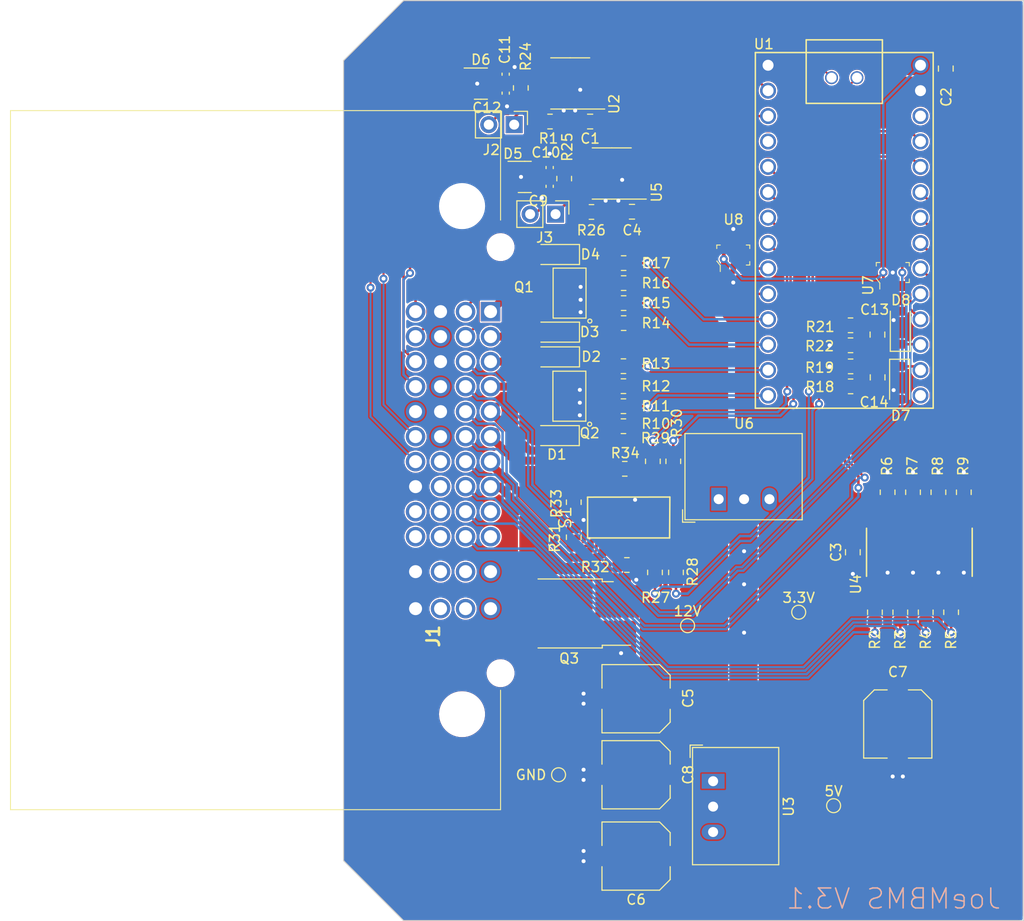
<source format=kicad_pcb>
(kicad_pcb (version 20221018) (generator pcbnew)
  (layers (0 "F.Cu" signal) (31 "B.Cu" signal) (34 "B.Paste" user) (35 "F.Paste" user) (36 "B.SilkS" user "B.Silkscreen") (37 "F.SilkS" user "F.Silkscreen") (38 "B.Mask" user) (39 "F.Mask" user) (44 "Edge.Cuts" user))
  (net 0 "")
  (net 1 "GND")
  (net 2 "+12V")
  (net 3 "+3V3")
  (net 4 "Net-(R2-Pad2)")
  (net 5 "Net-(R3-Pad2)")
  (net 6 "Net-(R4-Pad2)")
  (net 7 "Net-(R5-Pad2)")
  (net 8 "Teensy_IN2")
  (net 9 "Teensy_IN1")
  (net 10 "Teensy_IN3")
  (net 11 "Teensy_IN4")
  (net 12 "Teensy_OUT8")
  (net 13 "Teensy_OUT7")
  (net 14 "Teensy_OUT5")
  (net 15 "Teensy_OUT6")
  (net 16 "Teensy_ASEN2")
  (net 17 "Teensy_ASEN1")
  (net 18 "Teensy_OUT1")
  (net 19 "Teensy_OUT4")
  (net 20 "Teensy_OUT2")
  (net 21 "Teensy_OUT3")
  (net 30 "Net-(Q1-G1)")
  (net 31 "Net-(Q1-G2)")
  (net 32 "Net-(Q2-G1)")
  (net 33 "Net-(Q2-G2)")
  (net 34 "J1_12V")
  (net 35 "J1_IN4")
  (net 36 "J1_IN3")
  (net 37 "J1_IN2")
  (net 38 "J1_OUT8")
  (net 39 "J1_IN1")
  (net 40 "J1_OUT7")
  (net 41 "J1_OUT6")
  (net 42 "J1_OUT5")
  (net 43 "J1_ASEN2")
  (net 44 "J1_OUT4")
  (net 45 "J1_ASEN1")
  (net 46 "J1_OUT3")
  (net 47 "J1_OUT2")
  (net 48 "J1_OUT1")
  (net 49 "Net-(U2-Rs)")
  (net 50 "Net-(U5-Rs)")
  (net 51 "Net-(S1-IN1)")
  (net 52 "Net-(S1-IN0)")
  (net 53 "Net-(S1-IN3)")
  (net 54 "Net-(S1-IN2)")
  (net 55 "Teensy_D+")
  (net 56 "Teensy_D-")
  (net 57 "+5V")
  (net 58 "Teensy_Serial_BMS_RX_5V")
  (net 59 "Teensy_Serial_BMS_TX")
  (net 60 "Teensy_CAN2_RX")
  (net 61 "Teensy_CAN2_TX")
  (net 63 "Teensy_CAN1_RX")
  (net 64 "Teensy_Serial_RX_5V")
  (net 65 "Teensy_Serial_TX")
  (net 66 "Teensy_CAN1_TX")
  (net 68 "J1_CAN2_L")
  (net 69 "J1_CAN2_H")
  (net 70 "J1_CAN1_L")
  (net 73 "J1_CAN1_H")
  (net 79 "Teensy_Serial_BMS_RX_3V")
  (net 80 "Teensy_Serial_RX_3V")
  (net 81 "Net-(J2-Pin_2)")
  (net 82 "Net-(J3-Pin_2)")
  (footprint "Capacitor_SMD:C_Elec_6.3x7.7" (layer "F.Cu") (at 127.25 113.805 180)
    (fp_text reference "C5")
    (fp_text value "100uF")
  )
  (footprint "Resistor_SMD:R_0805_2012Metric" (layer "F.Cu") (at 152.4 93.161999 90)
    (fp_text reference "R6")
    (fp_text value "10k")
  )
  (footprint "Resistor_SMD:R_0805_2012Metric" (layer "F.Cu") (at 148.7 82.575 180)
    (fp_text reference "R18")
    (fp_text value "10k")
  )
  (footprint "TLP293-4:TLP293-4" (layer "F.Cu") (at 155.575 99.161999 90)
    (fp_text reference "U4")
    (fp_text value "IS281-4 " hide)
  )
  (footprint "Converter_DCDC:Converter_DCDC_RECOM_R-78E-0.5_THT" (layer "F.Cu") (at 134.9525 122.053 -90)
    (fp_text reference "U3")
    (fp_text value "DCDC 5V")
  )
  (footprint "Resistor_SMD:R_0805_2012Metric" (layer "F.Cu") (at 154.94 93.161999 90)
    (fp_text reference "R7")
    (fp_text value "10k")
  )
  (footprint "Package_TO_SOT_SMD:TO-252-2" (layer "F.Cu") (at 120.56 105.28 180)
    (fp_text reference "Q3")
    (fp_text value "P-Chanel Mosfet")
  )
  (footprint "Resistor_SMD:R_0805_2012Metric" (layer "F.Cu") (at 160.02 93.161999 90)
    (fp_text reference "R9")
    (fp_text value "10k")
  )
  (footprint "Resistor_SMD:R_0805_2012Metric" (layer "F.Cu") (at 125.9875 86.557 180)
    (fp_text reference "R10")
    (fp_text value "10k")
  )
  (footprint "Resistor_SMD:R_0805_2012Metric" (layer "F.Cu") (at 153.67 105.161999 90)
    (fp_text reference "R3")
    (fp_text value "4.7k")
  )
  (footprint "JoeMBMS:SO-8_IRF956" (layer "F.Cu") (at 120.575 83.557 180)
    (fp_text reference "Q2")
    (fp_text value "BSO615NG")
  )
  (footprint "Resistor_SMD:R_0805_2012Metric" (layer "F.Cu") (at 151.13 105.161999 90)
    (fp_text reference "R2")
    (fp_text value "4.7k")
  )
  (footprint "Resistor_SMD:R_0805_2012Metric" (layer "F.Cu") (at 115.725 52.735 90)
    (fp_text reference "R24")
    (fp_text value "120")
  )
  (footprint "Capacitor_SMD:C_Elec_6.3x7.7" (layer "F.Cu") (at 127.25 121.41 180)
    (fp_text reference "C8")
    (fp_text value "100uF")
  )
  (footprint "Capacitor_SMD:C_0805_2012Metric" (layer "F.Cu") (at 158.2175 50.8 90)
    (fp_text reference "C2")
    (fp_text value "10uF")
  )
  (footprint "Resistor_SMD:R_0805_2012Metric" (layer "F.Cu") (at 158.75 105.161999 90)
    (fp_text reference "R5")
    (fp_text value "4.7k")
  )
  (footprint "Capacitor_SMD:C_0805_2012Metric" (layer "F.Cu") (at 148.925 99.161999 90)
    (fp_text reference "C3")
    (fp_text value "10uF")
  )
  (footprint "Resistor_SMD:R_0805_2012Metric" (layer "F.Cu") (at 125.9875 84.557 180)
    (fp_text reference "R11")
    (fp_text value "220")
  )
  (footprint "Resistor_SMD:R_0805_2012Metric" (layer "F.Cu") (at 125.9875 80.557 180)
    (fp_text reference "R13")
    (fp_text value "220")
  )
  (footprint "Resistor_SMD:R_0805_2012Metric" (layer "F.Cu") (at 157.48 93.161999 90)
    (fp_text reference "R8")
    (fp_text value "10k")
  )
  (footprint "Resistor_SMD:R_0805_2012Metric" (layer "F.Cu") (at 125.9875 82.557 180)
    (fp_text reference "R12")
    (fp_text value "10k")
  )
  (footprint "Resistor_SMD:R_0805_2012Metric" (layer "F.Cu") (at 118.645 56.095 180)
    (fp_text reference "R1")
    (fp_text value "10k")
  )
  (footprint "Capacitor_SMD:C_Elec_6.3x7.7" (layer "F.Cu") (at 153.416 116.332 -90)
    (fp_text reference "C7")
    (fp_text value "100uF")
  )
  (footprint "Molex_48_Pin:5007620481" (layer "F.Cu") (at 112.7 75.1 -90)
    (fp_text reference "J1")
    (fp_text value "5007620481" hide)
  )
  (footprint "Resistor_SMD:R_0805_2012Metric" (layer "F.Cu") (at 156.21 105.161999 90)
    (fp_text reference "R4")
    (fp_text value "4.7k")
  )
  (footprint "Resistor_SMD:R_0805_2012Metric" (layer "F.Cu") (at 148.6935 76.47 180)
    (fp_text reference "R21")
    (fp_text value "10k")
  )
  (footprint "Resistor_SMD:R_0805_2012Metric" (layer "F.Cu") (at 148.6935 78.47)
    (fp_text reference "R22")
    (fp_text value "20k")
  )
  (footprint "Resistor_SMD:R_0805_2012Metric" (layer "F.Cu") (at 126.0075 74.25 180)
    (fp_text reference "R15")
    (fp_text value "220")
  )
  (footprint "JoeMBMS:SO-8_IRF956" (layer "F.Cu") (at 120.595 73.25 180)
    (fp_text reference "Q1")
    (fp_text value "BSO615NG")
  )
  (footprint "Resistor_SMD:R_0805_2012Metric" (layer "F.Cu") (at 126.0075 76.25 180)
    (fp_text reference "R14")
    (fp_text value "10k")
  )
  (footprint "Resistor_SMD:R_0805_2012Metric" (layer "F.Cu") (at 126.0075 70.25 180)
    (fp_text reference "R17")
    (fp_text value "220")
  )
  (footprint "Resistor_SMD:R_0805_2012Metric" (layer "F.Cu") (at 126.0075 72.25 180)
    (fp_text reference "R16")
    (fp_text value "10k")
  )
  (footprint "KiCAD_Libs-master:PG-DSO-14-40_EP" (layer "F.Cu") (at 126.5 95.69)
    (fp_text reference "S1")
    (fp_text value "BTS5200-4")
  )
  (footprint "Capacitor_SMD:C_0805_2012Metric" (layer "F.Cu") (at 122.655 56.095)
    (fp_text reference "C1")
    (fp_text value "100nF")
  )
  (footprint "Resistor_SMD:R_0805_2012Metric" (layer "F.Cu") (at 148.7 80.575)
    (fp_text reference "R19")
    (fp_text value "20k")
  )
  (footprint "Resistor_SMD:R_0805_2012Metric" (layer "F.Cu") (at 120.062065 61.7982 90)
    (fp_text reference "R25")
    (fp_text value "120")
  )
  (footprint "Converter_DCDC:Converter_DCDC_RECOM_R-78E-0.5_THT" (layer "F.Cu") (at 135.509 93.853)
    (fp_text reference "U6")
    (fp_text value "DCDC 3.3V")
  )
  (footprint "Capacitor_SMD:C_Elec_6.3x7.7" (layer "F.Cu") (at 127.25 129.54 180)
    (fp_text reference "C6")
    (fp_text value "100uF")
  )
  (footprint "Package_TO_SOT_SMD:SOT-23" (layer "F.Cu") (at 116.120065 61.6322)
    (fp_text reference "D5")
    (fp_text value "NUP2105L")
  )
  (footprint "Package_SO:SOIC-8_3.9x4.9mm_P1.27mm" (layer "F.Cu") (at 124.817465 61.2902 180)
    (fp_text reference "U5")
    (fp_text value "SN65HVD230")
  )
  (footprint "Connector_PinHeader_2.54mm:PinHeader_1x02_P2.54mm_Vertical" (layer "F.Cu") (at 119.198465 65.3542 -90)
    (fp_text reference "J3")
    (fp_text value "CAN1_T")
  )
  (footprint "teensy:Teensy40_JoeMBMS" (layer "F.Cu") (at 148.0675 66.9775 -90)
    (fp_text reference "U1")
    (fp_text value "Teensy4.0" hide)
  )
  (footprint "Resistor_SMD:R_0805_2012Metric" (layer "F.Cu") (at 130.97 90.0675 90)
    (fp_text reference "R30")
    (fp_text value "10k")
  )
  (footprint "Capacitor_SMD:C_0402_1005Metric" (layer "F.Cu") (at 114.215 53.255 90)
    (fp_text reference "C12")
    (fp_text value "100p")
  )
  (footprint "Diode_SMD:D_SOD-123F" (layer "F.Cu") (at 119.3625 87.497 180)
    (fp_text reference "D1")
    (fp_text value "DIODE")
  )
  (footprint "TestPoint:TestPoint_Pad_D1.0mm" (layer "F.Cu") (at 132.4 106.5)
    (fp_text reference "12V")
    (fp_text value "TestPoint_Pad_D1.0mm")
  )
  (footprint "Resistor_SMD:R_0805_2012Metric" (layer "F.Cu") (at 126.33 100.4375 180)
    (fp_text reference "R32")
    (fp_text value "47k")
  )
  (footprint "Diode_SMD:D_SOD-123F" (layer "F.Cu") (at 119.3825 77.15 180)
    (fp_text reference "D3")
    (fp_text value "DIODE")
  )
  (footprint "Capacitor_SMD:C_0402_1005Metric" (layer "F.Cu") (at 118.610065 62.5722 90)
    (fp_text reference "C9")
    (fp_text value "100p")
  )
  (footprint "Capacitor_SMD:C_0805_2012Metric" (layer "F.Cu") (at 151.384 77.398 -90)
    (fp_text reference "C13")
    (fp_text value "100nF")
  )
  (footprint "Resistor_SMD:R_0805_2012Metric" (layer "F.Cu") (at 122.791065 65.1352 180)
    (fp_text reference "R26")
    (fp_text value "10k")
  )
  (footprint "Capacitor_SMD:C_0805_2012Metric" (layer "F.Cu") (at 126.841065 65.1152)
    (fp_text reference "C4")
    (fp_text value "100nF")
  )
  (footprint "Resistor_SMD:R_0805_2012Metric" (layer "F.Cu") (at 128.93 90.0675 90)
    (fp_text reference "R29")
    (fp_text value "10k")
  )
  (footprint "Diode_SMD:D_SOD-123" (layer "F.Cu") (at 153.6 82.225 -90)
    (fp_text reference "D7")
    (fp_text value "D_Zener")
  )
  (footprint "Connector_PinHeader_2.54mm:PinHeader_1x02_P2.54mm_Vertical" (layer "F.Cu") (at 115.06 56.405 -90)
    (fp_text reference "J2")
    (fp_text value "CAN2_T")
  )
  (footprint "Package_TO_SOT_SMD:SOT-23" (layer "F.Cu") (at 111.735 52.305)
    (fp_text reference "D6")
    (fp_text value "NUP2105L")
  )
  (footprint "Capacitor_SMD:C_0402_1005Metric" (layer "F.Cu") (at 114.21 51.36 90)
    (fp_text reference "C11")
    (fp_text value "100p")
  )
  (footprint "Capacitor_SMD:C_0402_1005Metric" (layer "F.Cu") (at 118.610065 60.6922 -90)
    (fp_text reference "C10")
    (fp_text value "100p")
  )
  (footprint "Package_SO:SOIC-8_3.9x4.9mm_P1.27mm" (layer "F.Cu") (at 120.665 52.285 180)
    (fp_text reference "U2")
    (fp_text value "SN65HVD230")
  )
  (footprint "Resistor_SMD:R_0805_2012Metric" (layer "F.Cu") (at 121.02 97.6575 -90)
    (fp_text reference "R31")
    (fp_text value "47k")
  )
  (footprint "Diode_SMD:D_SOD-123" (layer "F.Cu") (at 153.67 76.708 90)
    (fp_text reference "D8")
    (fp_text value "D_Zener")
  )
  (footprint "Resistor_SMD:R_0805_2012Metric" (layer "F.Cu") (at 121.02 94.1575 -90)
    (fp_text reference "R33")
    (fp_text value "47k")
  )
  (footprint "Diode_SMD:D_SOD-123F" (layer "F.Cu") (at 119.3825 69.39 180)
    (fp_text reference "D4")
    (fp_text value "DIODE")
  )
  (footprint "TestPoint:TestPoint_Pad_D1.0mm" (layer "F.Cu") (at 143.51 105.156)
    (fp_text reference "3.3V")
    (fp_text value "TestPoint_Pad_D1.0mm")
  )
  (footprint "digikey-footprints:SOT-23-6" (layer "F.Cu") (at 136.9675 69.4425)
    (fp_text reference "U8")
    (fp_text value "Level Shifter 5V to 3V")
  )
  (footprint "Resistor_SMD:R_0805_2012Metric" (layer "F.Cu") (at 126.12 90.8175)
    (fp_text reference "R34")
    (fp_text value "47k")
  )
  (footprint "digikey-footprints:SOT-23-6" (layer "F.Cu") (at 152.9175 71.1925)
    (fp_text reference "U7")
    (fp_text value "Level Shifter 5V to 3V")
  )
  (footprint "Diode_SMD:D_SOD-123F" (layer "F.Cu") (at 119.3825 79.627 180)
    (fp_text reference "D2")
    (fp_text value "DIODE")
  )
  (footprint "Resistor_SMD:R_0805_2012Metric" (layer "F.Cu") (at 131.24 101.1775 90)
    (fp_text reference "R28")
    (fp_text value "10k")
  )
  (footprint "Capacitor_SMD:C_0805_2012Metric" (layer "F.Cu") (at 151.4 81.675 90)
    (fp_text reference "C14")
    (fp_text value "100nF")
  )
  (footprint "TestPoint:TestPoint_Pad_D1.0mm" (layer "F.Cu") (at 147 124.5)
    (fp_text reference "5V")
    (fp_text value "TestPoint_Pad_D1.0mm")
  )
  (footprint "TestPoint:TestPoint_Pad_D1.0mm" (layer "F.Cu") (at 119.5 121.41)
    (fp_text reference "GND")
    (fp_text value "TestPoint_Pad_D1.0mm")
  )
  (footprint "Resistor_SMD:R_0805_2012Metric" (layer "F.Cu") (at 129.14 101.1775 90)
    (fp_text reference "R27")
    (fp_text value "10k")
  )
  (gr_line (start 166 44) (end 166 136) (stroke (width 0.1)) (layer "Edge.Cuts"))
  (gr_line (start 166 136) (end 104 136) (stroke (width 0.1)) (layer "Edge.Cuts"))
  (gr_line (start 98 130) (end 104 136) (stroke (width 0.1)) (layer "Edge.Cuts"))
  (gr_line (start 104 44) (end 98 50) (stroke (width 0.1)) (layer "Edge.Cuts"))
  (gr_line (start 98 130) (end 98 50) (stroke (width 0.1)) (layer "Edge.Cuts"))
  (gr_line (start 104 44) (end 166 44) (stroke (width 0.1)) (layer "Edge.Cuts"))
  (gr_text "JoeMBMS V3.1" (at 153 133.81) (layer "B.SilkS") (effects (font (size 2 2)) (justify mirror)))
  (segment (start 147.6935 78.3825) (end 147.781 78.47) (width 0.25) (layer "F.Cu") (net 1))
  (segment (start 114.225 50.885) (end 114.865 50.885) (width 0.25) (layer "F.Cu") (net 1))
  (segment (start 127.15 93.26) (end 127.565 92.845) (width 0.8) (layer "F.Cu") (net 1))
  (segment (start 121.705 56.095) (end 121.705 55.538) (width 0.25) (layer "F.Cu") (net 1))
  (segment (start 112.6725 52.305) (end 111.365 52.305) (width 0.25) (layer "F.Cu") (net 1))
  (segment (start 148.925 100.111999) (end 148.925 101.325) (width 0.25) (layer "F.Cu") (net 1))
  (segment (start 152.4 102.311998) (end 152.4 101.2) (width 0.25) (layer "F.Cu") (net 1))
  (segment (start 158.2175 51.75) (end 156.96 53.0075) (width 0.25) (layer "F.Cu") (net 1))
  (segment (start 121.1375 95.07) (end 122 95.9325) (width 0.25) (layer "F.Cu") (net 1))
  (segment (start 122.225 75.155) (end 121.705 74.635) (width 0.8) (layer "F.Cu") (net 1))
  (segment (start 121.625 84.207) (end 121.625 83.502) (width 0.8) (layer "F.Cu") (net 1))
  (segment (start 119.5575 55.4485) (end 120.015 54.991) (width 0.25) (layer "F.Cu") (net 1))
  (segment (start 153 83.275) (end 153.6 83.875) (width 0.25) (layer "F.Cu") (net 1))
  (segment (start 125.095 76.25) (end 124.3 76.25) (width 0.25) (layer "F.Cu") (net 1))
  (segment (start 123.205 75.155) (end 122.225 75.155) (width 0.8) (layer "F.Cu") (net 1))
  (segment (start 153 82.95) (end 153 83.275) (width 0.25) (layer "F.Cu") (net 1))
  (segment (start 147.7875 80.575) (end 146.6 80.575) (width 0.25) (layer "F.Cu") (net 1))
  (segment (start 114.865 50.885) (end 115.105 50.645) (width 0.25) (layer "F.Cu") (net 1))
  (segment (start 123.14 52.92) (end 121.666 52.92) (width 0.25) (layer "F.Cu") (net 1))
  (segment (start 127.0325 92.3125) (end 126.5 92.845) (width 0.8) (layer "F.Cu") (net 1))
  (segment (start 127.77 92.845) (end 127.565 92.845) (width 0.8) (layer "F.Cu") (net 1))
  (segment (start 136.9675 70.7925) (end 136.9675 72.0425) (width 0.25) (layer "F.Cu") (net 1))
  (segment (start 151.725 82.95) (end 151.4 82.625) (width 0.25) (layer "F.Cu") (net 1))
  (segment (start 123.703565 65.1352) (end 123.703565 64.510435) (width 0.25) (layer "F.Cu") (net 1))
  (segment (start 114.215 54.445) (end 114.345 54.575) (width 0.25) (layer "F.Cu") (net 1))
  (segment (start 123.185 85.462) (end 121.625 85.462) (width 0.8) (layer "F.Cu") (net 1))
  (segment (start 121.02 95.07) (end 121.1375 95.07) (width 0.25) (layer "F.Cu") (net 1))
  (segment (start 152.9175 69.8425) (end 152.9175 72.5425) (width 0.25) (layer "F.Cu") (net 1))
  (segment (start 123.703565 64.510435) (end 124.206 64.008) (width 0.25) (layer "F.Cu") (net 1))
  (segment (start 153 75.95) (end 153 75.728) (width 0.25) (layer "F.Cu") (net 1))
  (segment (start 157.48 102.311998) (end 157.48 101.2) (width 0.25) (layer "F.Cu") (net 1))
  (segment (start 121.717 72.615) (end 121.705 72.627) (width 0.8) (layer "F.Cu") (net 1))
  (segment (start 125.891065 65.1152) (end 125.891065 64.423065) (width 0.25) (layer "F.Cu") (net 1))
  (segment (start 124.975 72.497) (end 124.975 72.672) (width 0.25) (layer "F.Cu") (net 1))
  (segment (start 152.4 91.161999) (end 152.4 92.249499) (width 0.25) (layer "F.Cu") (net 1))
  (segment (start 121.705 55.538) (end 121.158 54.991) (width 0.25) (layer "F.Cu") (net 1))
  (segment (start 121.705 72.627) (end 121.705 75.155) (width 0.8) (layer "F.Cu") (net 1))
  (segment (start 123.205 72.615) (end 121.717 72.615) (width 0.8) (layer "F.Cu") (net 1))
  (segment (start 127.0325 90.8175) (end 127.0325 92.3125) (width 0.8) (layer "F.Cu") (net 1))
  (segment (start 127.2425 101.885) (end 127.27 101.9125) (width 0.25) (layer "F.Cu") (net 1))
  (segment (start 156.96 53.0075) (end 155.6875 53.0075) (width 0.25) (layer "F.Cu") (net 1))
  (segment (start 153.416 121.582) (end 153.416 118.8695) (width 0.8) (layer "F.Cu") (net 1))
  (segment (start 123.98 85.462) (end 125.075 86.557) (width 0.25) (layer "F.Cu") (net 1))
  (segment (start 154.94 91.161999) (end 154.94 92.249499) (width 0.25) (layer "F.Cu") (net 1))
  (segment (start 152.908 121.582) (end 153.924 121.582) (width 0.8) (layer "F.Cu") (net 1))
  (segment (start 123.205 72.615) (end 122.225 72.615) (width 0.8) (layer "F.Cu") (net 1))
  (segment (start 136.9675 68.0925) (end 136.9675 66.8425) (width 0.25) (layer "F.Cu") (net 1))
  (segment (start 153 75.95) (end 151.882 75.95) (width 0.25) (layer "F.Cu") (net 1))
  (segment (start 124.7125 129.54) (end 122 129.54) (width 0.8) (layer "F.Cu") (net 1))
  (segment (start 118.503265 63.0522) (end 117.826865 63.7286) (width 0.25) (layer "F.Cu") (net 1))
  (segment (start 124.71 82.922) (end 125.075 82.557) (width 0.25) (layer "F.Cu") (net 1))
  (segment (start 119.5575 56.095) (end 119.5575 55.4485) (width 0.25) (layer "F.Cu") (net 1))
  (segment (start 154.94 102.311998) (end 154.94 101.2) (width 0.25) (layer "F.Cu") (net 1))
  (segment (start 157.48 91.161999) (end 157.48 92.249499) (width 0.25) (layer "F.Cu") (net 1))
  (segment (start 147.781 78.47) (end 146.6 78.47) (width 0.25) (layer "F.Cu") (net 1))
  (segment (start 151.882 75.95) (end 151.384 76.448) (width 0.25) (layer "F.Cu") (net 1))
  (segment (start 127.77 92.845) (end 126.5 92.845) (width 0.8) (layer "F.Cu") (net 1))
  (segment (start 125.891065 64.423065) (end 125.476 64.008) (width 0.25) (layer "F.Cu") (net 1))
  (segment (start 160.02 102.311998) (end 160.02 101.2) (width 0.25) (layer "F.Cu") (net 1))
  (segment (start 121.625 84.882) (end 121.625 84.207) (width 0.8) (layer "F.Cu") (net 1))
  (segment (start 153 75.728) (end 153.67 75.058) (width 0.25) (layer "F.Cu") (net 1))
  (segment (start 123.205 75.155) (end 121.705 75.155) (width 0.8) (layer "F.Cu") (net 1))
  (segment (start 121.625 82.922) (end 121.625 85.462) (width 0.8) (layer "F.Cu") (net 1))
  (segment (start 117.057565 61.6322) (end 115.744065 61.6322) (width 0.25) (layer "F.Cu") (net 1))
  (segment (start 123.185 85.462) (end 122.205 85.462) (width 0.8) (layer "F.Cu") (net 1))
  (segment (start 121.705 73.135) (end 121.705 73.917) (width 0.8) (layer "F.Cu") (net 1))
  (segment (start 122.225 72.615) (end 121.705 73.135) (width 0.8) (layer "F.Cu") (net 1))
  (segment (start 127.565 92.845) (end 127.0325 92.3125) (width 0.8) (layer "F.Cu") (net 1))
  (segment (start 121.705 74.635) (end 121.705 73.917) (width 0.8) (layer "F.Cu") (net 1))
  (segment (start 121.1875 96.745) (end 122 95.9325) (width 0.25) (layer "F.Cu") (net 1))
  (segment (start 127.15 93.9125) (end 127.15 93.26) (width 0.8) (layer "F.Cu") (net 1))
  (segment (start 118.610065 59.309) (end 118.610065 60.2122) (width 0.25) (layer "F.Cu") (net 1))
  (segment (start 121.625 83.502) (end 122.205 82.922) (width 0.8) (layer "F.Cu") (net 1))
  (segment (start 122.205 85.462) (end 121.625 84.882) (width 0.8) (layer "F.Cu") (net 1))
  (segment (start 123.205 72.615) (end 124.73 72.615) (width 0.25) (layer "F.Cu") (net 1))
  (segment (start 153 82.95) (end 151.725 82.95) (width 0.25) (layer "F.Cu") (net 1))
  (segment (start 123.185 82.922) (end 124.71 82.922) (width 0.25) (layer "F.Cu") (net 1))
  (segment (start 114.215 53.735) (end 114.215 54.445) (width 0.25) (layer "F.Cu") (net 1))
  (segment (start 122 129.032) (end 122 130.048) (width 0.8) (layer "F.Cu") (net 1))
  (segment (start 127.292465 61.9252) (end 125.857 61.9252) (width 0.25) (layer "F.Cu") (net 1))
  (segment (start 123.185 82.922) (end 121.625 82.922) (width 0.8) (layer "F.Cu") (net 1))
  (segment (start 122.205 82.922) (end 123.185 82.922) (width 0.8) (layer "F.Cu") (net 1))
  (segment (start 127.2425 100.4375) (end 127.2425 101.885) (width 0.25) (layer "F.Cu") (net 1))
  (segment (start 118.610065 63.0522) (end 118.503265 63.0522) (width 0.25) (layer "F.Cu") (net 1))
  (segment (start 160.02 91.161999) (end 160.02 92.249499) (width 0.25) (layer "F.Cu") (net 1))
  (segment (start 124.3 76.25) (end 123.205 75.155) (width 0.25) (layer "F.Cu") (net 1))
  (segment (start 121.02 96.745) (end 121.1875 96.745) (width 0.25) (layer "F.Cu") (net 1))
  (via (at 121.705 73.917) (size 0.8) (drill 0.4) (layers "F.Cu" "B.Cu") (net 1))
  (via (at 117.826865 63.7286) (size 0.8) (drill 0.4) (layers "F.Cu" "B.Cu") (net 1))
  (via (at 118.610065 59.309) (size 0.8) (drill 0.4) (layers "F.Cu" "B.Cu") (net 1))
  (via (at 114.345 54.575) (size 0.8) (drill 0.4) (layers "F.Cu" "B.Cu") (net 1))
  (via (at 138.049 102.362) (size 0.8) (drill 0.4) (layers "F.Cu" "B.Cu") (net 1))
  (via (at 152.908 121.582) (size 0.8) (drill 0.4) (layers "F.Cu" "B.Cu") (net 1))
  (via (at 136.9675 66.8425) (size 0.8) (drill 0.4) (layers "F.Cu" "B.Cu") (net 1))
  (via (at 125.75 109.25) (size 0.8) (drill 0.4) (layers "F.Cu" "B.Cu") (net 1))
  (via (at 121.705 75.155) (size 0.8) (drill 0.4) (layers "F.Cu" "B.Cu") (net 1))
  (via (at 122 129.032) (size 0.8) (drill 0.4) (layers "F.Cu" "B.Cu") (net 1))
  (via (at 148.925 101.325) (size 0.8) (drill 0.4) (layers "F.Cu" "B.Cu") (net 1))
  (via (at 138.049 99.06) (size 0.8) (drill 0.4) (layers "F.Cu" "B.Cu") (net 1))
  (via (at 125.476 64.008) (size 0.8) (drill 0.4) (layers "F.Cu" "B.Cu") (net 1))
  (via (at 122 121.922) (size 0.8) (drill 0.4) (layers "F.Cu" "B.Cu") (net 1))
  (via (at 122 95.9325) (size 0.8) (drill 0.4) (layers "F.Cu" "B.Cu") (net 1))
  (via (at 122 113.299) (size 0.8) (drill 0.4) (layers "F.Cu" "B.Cu") (net 1))
  (via (at 120.015 54.991) (size 0.8) (drill 0.4) (layers "F.Cu" "B.Cu") (net 1))
  (via (at 153.924 121.582) (size 0.8) (drill 0.4) (layers "F.Cu" "B.Cu") (net 1))
  (via (at 111.365 52.305) (size 0.8) (drill 0.4) (layers "F.Cu" "B.Cu") (net 1))
  (via (at 136.9675 72.1925) (size 0.8) (drill 0.4) (layers "F.Cu" "B.Cu") (net 1))
  (via (at 152.9175 71.1925) (size 0.8) (drill 0.4) (layers "F.Cu" "B.Cu") (net 1))
  (via (at 127.27 101.9125) (size 0.8) (drill 0.4) (layers "F.Cu" "B.Cu") (net 1))
  (via (at 154.94 91.161999) (size 0.8) (drill 0.4) (layers "F.Cu" "B.Cu") (net 1))
  (via (at 121.705 72.627) (size 0.8) (drill 0.4) (layers "F.Cu" "B.Cu") (net 1))
  (via (at 157.48 101.2) (size 0.8) (drill 0.4) (layers "F.Cu" "B.Cu") (net 1))
  (via (at 121.625 84.207) (size 0.8) (drill 0.4) (layers "F.Cu" "B.Cu") (net 1))
  (via (at 122 130.048) (size 0.8) (drill 0.4) (layers "F.Cu" "B.Cu") (net 1))
  (via (at 152.4 91.161999) (size 0.8) (drill 0.4) (layers "F.Cu" "B.Cu") (net 1))
  (via (at 121.158 54.991) (size 0.8) (drill 0.4) (layers "F.Cu" "B.Cu") (net 1))
  (via (at 154.94 101.2) (size 0.8) (drill 0.4) (layers "F.Cu" "B.Cu") (net 1))
  (via (at 122 120.904) (size 0.8) (drill 0.4) (layers "F.Cu" "B.Cu") (net 1))
  (via (at 125.857 61.9252) (size 0.8) (drill 0.4) (layers "F.Cu" "B.Cu") (net 1))
  (via (at 160.02 91.161999) (size 0.8) (drill 0.4) (layers "F.Cu" "B.Cu") (net 1))
  (via (at 138.049 107.2) (size 0.8) (drill 0.4) (layers "F.Cu" "B.Cu") (net 1))
  (via (at 122 114.302) (size 0.8) (drill 0.4) (layers "F.Cu" "B.Cu") (net 1))
  (via (at 146.6 78.47) (size 0.8) (drill 0.4) (layers "F.Cu" "B.Cu") (net 1))
  (via (at 115.744065 61.6322) (size 0.8) (drill 0.4) (layers "F.Cu" "B.Cu") (net 1))
  (via (at 152.4 101.2) (size 0.8) (drill 0.4) (layers "F.Cu" "B.Cu") (net 1))
  (via (at 121.666 52.92) (size 0.8) (drill 0.4) (layers "F.Cu" "B.Cu") (net 1))
  (via (at 124.206 64.008) (size 0.8) (drill 0.4) (layers "F.Cu" "B.Cu") (net 1))
  (via (at 127.15 93.9125) (size 0.8) (drill 0.4) (layers "F.Cu" "B.Cu") (net 1))
  (via (at 157.48 91.161999) (size 0.8) (drill 0.4) (layers "F.Cu" "B.Cu") (net 1))
  (via (at 153 82.95) (size 0.8) (drill 0.4) (layers "F.Cu" "B.Cu") (net 1))
  (via (at 115.105 50.645) (size 0.8) (drill 0.4) (layers "F.Cu" "B.Cu") (net 1))
  (via (at 146.6 80.575) (size 0.8) (drill 0.4) (layers "F.Cu" "B.Cu") (net 1))
  (via (at 160.02 101.2) (size 0.8) (drill 0.4) (layers "F.Cu" "B.Cu") (net 1))
  (via (at 121.625 82.922) (size 0.8) (drill 0.4) (layers "F.Cu" "B.Cu") (net 1))
  (via (at 153 75.95) (size 0.8) (drill 0.4) (layers "F.Cu" "B.Cu") (net 1))
  (via (at 121.625 85.462) (size 0.8) (drill 0.4) (layers "F.Cu" "B.Cu") (net 1))
  (segment (start 151.13 102.311998) (end 151.13 104.249499) (width 0.25) (layer "F.Cu") (net 4))
  (segment (start 153.67 102.311998) (end 153.67 104.249499) (width 0.25) (layer "F.Cu") (net 5))
  (segment (start 156.21 102.311998) (end 156.21 104.249499) (width 0.25) (layer "F.Cu") (net 6))
  (segment (start 158.75 102.311998) (end 158.75 104.249499) (width 0.25) (layer "F.Cu") (net 7))
  (segment (start 156.7125 88.149499) (end 156.7125 71.8125) (width 0.25) (layer "F.Cu") (net 8))
  (segment (start 153.325 91.536999) (end 153.325 93.149499) (width 0.25) (layer "F.Cu") (net 8))
  (segment (start 155.6875 70.7875) (end 156.7125 71.8125) (width 0.25) (layer "F.Cu") (net 8))
  (segment (start 153.325 93.149499) (end 152.4 94.074499) (width 0.25) (layer "F.Cu") (net 8))
  (segment (start 152.4 94.074499) (end 152.4 96.012) (width 0.25) (layer "F.Cu") (net 8))
  (segment (start 153.325 91.536999) (end 156.7125 88.149499) (width 0.25) (layer "F.Cu") (net 8))
  (segment (start 157.0625 69.6225) (end 157.0625 90.695615) (width 0.25) (layer "F.Cu") (net 9))
  (segment (start 154.94 94.074499) (end 154.94 96.012) (width 0.25) (layer "F.Cu") (net 9))
  (segment (start 155.6875 68.2475) (end 157.004 69.564) (width 0.25) (layer "F.Cu") (net 9))
  (segment (start 155.6875 68.2475) (end 157.0625 69.6225) (width 0.25) (layer "F.Cu") (net 9))
  (segment (start 156.555 92.459499) (end 154.94 94.074499) (width 0.25) (layer "F.Cu") (net 9))
  (segment (start 157.0625 69.6225) (end 157.004 69.564) (width 0.25) (layer "F.Cu") (net 9))
  (segment (start 156.555 91.203115) (end 156.555 92.459499) (width 0.25) (layer "F.Cu") (net 9))
  (segment (start 157.0625 90.695615) (end 156.555 91.203115) (width 0.25) (layer "F.Cu") (net 9))
  (segment (start 157.48 94.074499) (end 158.44 93.114499) (width 0.25) (layer "F.Cu") (net 10))
  (segment (start 157.46 89.896) (end 158.44 90.876) (width 0.25) (layer "F.Cu") (net 10))
  (segment (start 155.6875 65.7075) (end 157.46 67.48) (width 0.25) (layer "F.Cu") (net 10))
  (segment (start 158.44 90.876) (end 158.44 93.114499) (width 0.25) (layer "F.Cu") (net 10))
  (segment (start 157.46 67.48) (end 157.46 89.896) (width 0.25) (layer "F.Cu") (net 10))
  (segment (start 157.48 94.074499) (end 157.48 96.012) (width 0.25) (layer "F.Cu") (net 10))
  (segment (start 160.02 94.074499) (end 158.79 92.844499) (width 0.25) (layer "F.Cu") (net 11))
  (segment (start 160.02 94.074499) (end 160.02 96.012) (width 0.25) (layer "F.Cu") (net 11))
  (segment (start 157.81 65.29) (end 155.6875 63.1675) (width 0.25) (layer "F.Cu") (net 11))
  (segment (start 157.81 89.408) (end 157.81 65.29) (width 0.25) (layer "F.Cu") (net 11))
  (segment (start 158.79 92.844499) (end 158.79 90.388) (width 0.25) (layer "F.Cu") (net 11))
  (segment (start 158.79 90.388) (end 157.81 89.408) (width 0.25) (layer "F.Cu") (net 11))
  (segment (start 126.92 70.25) (end 128.397 70.25) (width 0.25) (layer "F.Cu") (net 12))
  (via (at 128.397 70.25) (size 0.8) (drill 0.4) (layers "F.Cu" "B.Cu") (net 12))
  (segment (start 134.0145 75.8675) (end 128.397 70.25) (width 0.25) (layer "B.Cu") (net 12))
  (segment (start 140.4475 75.8675) (end 134.0145 75.8675) (width 0.25) (layer "B.Cu") (net 12))
  (segment (start 126.92 74.25) (end 128.397 74.25) (width 0.25) (layer "F.Cu") (net 13))
  (via (at 128.397 74.25) (size 0.8) (drill 0.4) (layers "F.Cu" "B.Cu") (net 13))
  (segment (start 132.5545 78.4075) (end 128.397 74.25) (width 0.25) (layer "B.Cu") (net 13))
  (segment (start 140.4475 78.4075) (end 132.5545 78.4075) (width 0.25) (layer "B.Cu") (net 13))
  (segment (start 126.9 80.557) (end 128.397 80.557) (width 0.25) (layer "F.Cu") (net 14))
  (via (at 128.397 80.557) (size 0.8) (drill 0.4) (layers "F.Cu" "B.Cu") (net 14))
  (segment (start 140.4475 80.9475) (end 128.7875 80.9475) (width 0.25) (layer "B.Cu") (net 14))
  (segment (start 128.7875 80.9475) (end 128.397 80.557) (width 0.25) (layer "B.Cu") (net 14))
  (segment (start 126.9 84.557) (end 128.397 84.557) (width 0.25) (layer "F.Cu") (net 15))
  (via (at 128.397 84.557) (size 0.8) (drill 0.4) (layers "F.Cu" "B.Cu") (net 15))
  (segment (start 129.4665 83.4875) (end 128.397 84.557) (width 0.25) (layer "B.Cu") (net 15))
  (segment (start 140.4475 83.4875) (end 129.4665 83.4875) (width 0.25) (layer "B.Cu") (net 15))
  (segment (start 149.6125 82.575) (end 149.6125 80.575) (width 0.25) (layer "F.Cu") (net 16))
  (segment (start 153.45 80.725) (end 153.6 80.575) (width 0.25) (layer "F.Cu") (net 16))
  (segment (start 151.4 80.725) (end 153.45 80.725) (width 0.25) (layer "F.Cu") (net 16))
  (segment (start 153.6 80.575) (end 155.315 80.575) (width 0.25) (layer "F.Cu") (net 16))
  (segment (start 149.6125 80.575) (end 151.25 80.575) (width 0.25) (layer "F.Cu") (net 16))
  (segment (start 151.25 80.575) (end 151.4 80.725) (width 0.25) (layer "F.Cu") (net 16))
  (segment (start 155.315 80.575) (end 155.6875 80.9475) (width 0.25) (layer "F.Cu") (net 16))
  (segment (start 149.606 76.47) (end 149.606 78.47) (width 0.25) (layer "F.Cu") (net 17))
  (segment (start 155.638 78.358) (end 155.6875 78.4075) (width 0.25) (layer "F.Cu") (net 17))
  (segment (start 151.384 78.348) (end 153.66 78.348) (width 0.25) (layer "F.Cu") (net 17))
  (segment (start 151.262 78.47) (end 151.384 78.348) (width 0.25) (layer "F.Cu") (net 17))
  (segment (start 153.66 78.348) (end 153.67 78.358) (width 0.25) (layer "F.Cu") (net 17))
  (segment (start 153.67 78.358) (end 155.638 78.358) (width 0.25) (layer "F.Cu") (net 17))
  (segment (start 149.606 78.47) (end 151.262 78.47) (width 0.25) (layer "F.Cu") (net 17))
  (segment (start 142.3425 83.0675) (end 142.3675 83.0925) (width 0.25) (layer "F.Cu") (net 18))
  (segment (start 142.3425 70.1425) (end 142.3425 83.0675) (width 0.25) (layer "F.Cu") (net 18))
  (segment (start 128.93 89.155) (end 128.93 88) (width 0.25) (layer "F.Cu") (net 18))
  (segment (start 140.4475 68.2475) (end 142.3425 70.1425) (width 0.25) (layer "F.Cu") (net 18))
  (via (at 128.93 88) (size 0.8) (drill 0.4) (layers "F.Cu" "B.Cu") (net 18))
  (via (at 142.3675 83.0925) (size 0.8) (drill 0.4) (layers "F.Cu" "B.Cu") (net 18))
  (segment (start 142.24 84.328) (end 142.24 83.22) (width 0.25) (layer "B.Cu") (net 18))
  (segment (start 141.418 85.15) (end 142.24 84.328) (width 0.25) (layer "B.Cu") (net 18))
  (segment (start 142.24 83.22) (end 142.3675 83.0925) (width 0.25) (layer "B.Cu") (net 18))
  (segment (start 128.93 88) (end 131.78 85.15) (width 0.25) (layer "B.Cu") (net 18))
  (segment (start 131.78 85.15) (end 141.418 85.15) (width 0.25) (layer "B.Cu") (net 18))
  (segment (start 144.907 82.327) (end 145.542 82.962) (width 0.25) (layer "F.Cu") (net 19))
  (segment (start 144.304 64.484) (end 140.4475 60.6275) (width 0.25) (layer "F.Cu") (net 19))
  (segment (start 144.907 65.087) (end 144.907 82.327) (width 0.25) (layer "F.Cu") (net 19))
  (segment (start 131.24 102.09) (end 131.24 103.3) (width 0.25) (layer "F.Cu") (net 19))
  (segment (start 144.304 64.484) (end 144.907 65.087) (width 0.25) (layer "F.Cu") (net 19))
  (segment (start 145.542 82.962) (end 145.542 84.328) (width 0.25) (layer "F.Cu") (net 19))
  (via (at 131.24 103.3) (size 0.8) (drill 0.4) (layers "F.Cu" "B.Cu") (net 19))
  (via (at 145.542 84.328) (size 0.8) (drill 0.4) (layers "F.Cu" "B.Cu") (net 19))
  (segment (start 137.654975 98.044) (end 138.671832 98.044) (width 0.25) (layer "B.Cu") (net 19))
  (segment (start 138.671832 98.044) (end 144.876 91.839832) (width 0.25) (layer "B.Cu") (net 19))
  (segment (start 131.24 103.3) (end 132.08 103.3) (width 0.25) (layer "B.Cu") (net 19))
  (segment (start 144.876 84.994) (end 145.542 84.328) (width 0.25) (layer "B.Cu") (net 19))
  (segment (start 144.876 91.839832) (end 144.876 84.994) (width 0.25) (layer "B.Cu") (net 19))
  (segment (start 132.08 103.3) (end 132.398975 103.3) (width 0.25) (layer "B.Cu") (net 19))
  (segment (start 132.08 103.3) (end 132.412 103.3) (width 0.25) (layer "B.Cu") (net 19))
  (segment (start 132.398975 103.3) (end 137.654975 98.044) (width 0.25) (layer "B.Cu") (net 19))
  (segment (start 142.9925 84.303) (end 142.9675 84.328) (width 0.25) (layer "F.Cu") (net 20))
  (segment (start 140.4475 65.7075) (end 142.6925 67.9525) (width 0.25) (layer "F.Cu") (net 20))
  (segment (start 130.97 89.155) (end 130.97 88) (width 0.25) (layer "F.Cu") (net 20))
  (segment (start 142.6925 67.9525) (end 142.6925 81.9175) (width 0.25) (layer "F.Cu") (net 20))
  (segment (start 142.9925 82.2175) (end 142.9925 84.303) (width 0.25) (layer "F.Cu") (net 20))
  (segment (start 142.6925 81.9175) (end 142.9925 82.2175) (width 0.25) (layer "F.Cu") (net 20))
  (via (at 130.97 88) (size 0.8) (drill 0.4) (layers "F.Cu" "B.Cu") (net 20))
  (via (at 142.9675 84.328) (size 0.8) (drill 0.4) (layers "F.Cu" "B.Cu") (net 20))
  (segment (start 141.69 85.5) (end 133.47 85.5) (width 0.25) (layer "B.Cu") (net 20))
  (segment (start 142.9925 84.1975) (end 141.69 85.5) (width 0.25) (layer "B.Cu") (net 20))
  (segment (start 133.47 85.5) (end 130.97 88) (width 0.25) (layer "B.Cu") (net 20))
  (segment (start 144.526 67.246) (end 143.9865 66.7065) (width 0.25) (layer "F.Cu") (net 21))
  (segment (start 129.14 102.09) (end 129.14 103.3) (width 0.25) (layer "F.Cu") (net 21))
  (segment (start 144.526 83.0925) (end 144.526 67.246) (width 0.25) (layer "F.Cu") (net 21))
  (segment (start 140.4475 63.742474) (end 140.4475 63.1675) (width 0.25) (layer "F.Cu") (net 21))
  (segment (start 140.4475 63.1675) (end 143.9865 66.7065) (width 0.25) (layer "F.Cu") (net 21))
  (via (at 129.14 103.3) (size 0.8) (drill 0.4) (layers "F.Cu" "B.Cu") (net 21))
  (via (at 144.526 83.0925) (size 0.8) (drill 0.4) (layers "F.Cu" "B.Cu") (net 21))
  (segment (start 132.588 102.6) (end 137.652 97.536) (width 0.25) (layer "B.Cu") (net 21))
  (segment (start 144.526 91.694858) (end 144.526 83.0925) (width 0.25) (layer "B.Cu") (net 21))
  (segment (start 129.14 103.3) (end 129.84 102.6) (width 0.25) (layer "B.Cu") (net 21))
  (segment (start 137.652 97.536) (end 138.684858 97.536) (width 0.25) (layer "B.Cu") (net 21))
  (segment (start 138.684858 97.536) (end 144.526 91.694858) (width 0.25) (layer "B.Cu") (net 21))
  (segment (start 129.84 102.6) (end 132.588 102.6) (width 0.25) (layer "B.Cu") (net 21))
  (segment (start 126.8 76.497) (end 127.015 76.497) (width 0.25) (layer "F.Cu") (net 30))
  (segment (start 125.095 74.25) (end 125.095 74.425) (width 0.25) (layer "F.Cu") (net 30))
  (segment (start 123.205 73.885) (end 124.73 73.885) (width 0.25) (layer "F.Cu") (net 30))
  (segment (start 124.73 73.885) (end 125.095 74.25) (width 0.25) (layer "F.Cu") (net 30))
  (segment (start 125.095 74.425) (end 126.92 76.25) (width 0.25) (layer "F.Cu") (net 30))
  (segment (start 123.085 73.592) (end 123.88 73.592) (width 0.25) (layer "F.Cu") (net 30))
  (segment (start 124 71.345) (end 125.095 70.25) (width 0.25) (layer "F.Cu") (net 31))
  (segment (start 125.095 70.425) (end 126.92 72.25) (width 0.25) (layer "F.Cu") (net 31))
  (segment (start 123.185 84.192) (end 124.71 84.192) (width 0.25) (layer "F.Cu") (net 32))
  (segment (start 126.9 86.382) (end 125.075 84.557) (width 0.25) (layer "F.Cu") (net 32))
  (segment (start 123.98 81.652) (end 125.075 80.557) (width 0.25) (layer "F.Cu") (net 33))
  (segment (start 126.9 82.382) (end 125.075 80.557) (width 0.25) (layer "F.Cu") (net 33))
  (segment (start 158.75 106.074499) (end 158.75 107.161999) (width 0.25) (layer "F.Cu") (net 35))
  (via (at 158.75 107.161999) (size 0.8) (drill 0.4) (layers "F.Cu" "B.Cu") (net 35))
  (segment (start 113.9 92.102943) (end 113.9 94.107969) (width 0.25) (layer "B.Cu") (net 35))
  (segment (start 157.425 105.836999) (end 158.75 107.161999) (width 0.25) (layer "B.Cu") (net 35))
  (segment (start 110.2 90.1) (end 111.499999 91.399999) (width 0.25) (layer "B.Cu") (net 35))
  (segment (start 113.9 94.107969) (end 130.442031 110.65) (width 0.25) (layer "B.Cu") (net 35))
  (segment (start 113.197057 91.4) (end 113.9 92.102943) (width 0.25) (layer "B.Cu") (net 35))
  (segment (start 144.010052 110.65) (end 148.823053 105.836999) (width 0.25) (layer "B.Cu") (net 35))
  (segment (start 130.442031 110.65) (end 144.010052 110.65) (width 0.25) (layer "B.Cu") (net 35))
  (segment (start 111.499999 91.399999) (end 113.197057 91.4) (width 0.25) (layer "B.Cu") (net 35))
  (segment (start 148.823053 105.836999) (end 157.425 105.836999) (width 0.25) (layer "B.Cu") (net 35))
  (segment (start 156.21 106.074499) (end 156.21 107.161999) (width 0.25) (layer "F.Cu") (net 36))
  (via (at 156.21 107.161999) (size 0.8) (drill 0.4) (layers "F.Cu" "B.Cu") (net 36))
  (segment (start 140.208 111) (end 140.716 111) (width 0.25) (layer "B.Cu") (net 36))
  (segment (start 144.155026 111) (end 140.208 111) (width 0.25) (layer "B.Cu") (net 36))
  (segment (start 111.400001 93.800001) (end 110.2 92.6) (width 0.25) (layer "B.Cu") (net 36))
  (segment (start 140.208 111) (end 130.297057 111) (width 0.25) (layer "B.Cu") (net 36))
  (segment (start 155.235 106.186999) (end 148.968027 106.186999) (width 0.25) (layer "B.Cu") (net 36))
  (segment (start 148.968027 106.186999) (end 144.155026 111) (width 0.25) (layer "B.Cu") (net 36))
  (segment (start 142.748 111) (end 144.155026 111) (width 0.25) (layer "B.Cu") (net 36))
  (segment (start 140.716 111) (end 142.748 111) (width 0.25) (layer "B.Cu") (net 36))
  (segment (start 130.297057 111) (end 113.097058 93.800001) (width 0.25) (layer "B.Cu") (net 36))
  (segment (start 113.097058 93.800001) (end 111.400001 93.800001) (width 0.25) (layer "B.Cu") (net 36))
  (segment (start 156.21 107.161999) (end 155.235 106.186999) (width 0.25) (layer "B.Cu") (net 36))
  (segment (start 151.13 106.074499) (end 151.13 107.161999) (width 0.25) (layer "F.Cu") (net 37))
  (via (at 151.13 107.161999) (size 0.8) (drill 0.4) (layers "F.Cu" "B.Cu") (net 37))
  (segment (start 117.107109 98.8) (end 111.4 98.8) (width 0.25) (layer "B.Cu") (net 37))
  (segment (start 151.13 107.161999) (end 148.982975 107.161999) (width 0.25) (layer "B.Cu") (net 37))
  (segment (start 110.2 97.6) (end 110.9 97.6) (width 0.25) (layer "B.Cu") (net 37))
  (segment (start 111.4 98.8) (end 110.2 97.6) (width 0.25) (layer "B.Cu") (net 37))
  (segment (start 148.982975 107.161999) (end 144.444974 111.7) (width 0.25) (layer "B.Cu") (net 37))
  (segment (start 130.007109 111.7) (end 117.107109 98.8) (width 0.25) (layer "B.Cu") (net 37))
  (segment (start 144.444974 111.7) (end 130.007109 111.7) (width 0.25) (layer "B.Cu") (net 37))
  (segment (start 117.985 71.345) (end 117.985 69.3925) (width 0.8) (layer "F.Cu") (net 38))
  (segment (start 116.455 71.345) (end 115.185 72.615) (width 0.8) (layer "F.Cu") (net 38))
  (segment (start 115.185 72.615) (end 112.7 75.1) (width 0.8) (layer "F.Cu") (net 38))
  (segment (start 117.985 72.615) (end 117.985 71.345) (width 0.8) (layer "F.Cu") (net 38))
  (segment (start 117.985 69.3925) (end 117.9825 69.39) (width 0.8) (layer "F.Cu") (net 38))
  (segment (start 117.985 71.345) (end 116.455 71.345) (width 0.8) (layer "F.Cu") (net 38))
  (segment (start 117.985 72.615) (end 115.185 72.615) (width 0.8) (layer "F.Cu") (net 38))
  (segment (start 153.67 106.074499) (end 153.67 107.161999) (width 0.25) (layer "F.Cu") (net 39))
  (via (at 153.67 107.161999) (size 0.8) (drill 0.4) (layers "F.Cu" "B.Cu") (net 39))
  (segment (start 153.67 107.161999) (end 153.045 106.536999) (width 0.25) (layer "B.Cu") (net 39))
  (segment (start 144.3 111.35) (end 130.152083 111.35) (width 0.25) (layer "B.Cu") (net 39))
  (segment (start 130.152083 111.35) (end 115.102084 96.300001) (width 0.25) (layer "B.Cu") (net 39))
  (segment (start 115.102084 96.300001) (end 111.400001 96.300001) (width 0.25) (layer "B.Cu") (net 39))
  (segment (start 111.400001 96.300001) (end 110.2 95.1) (width 0.25) (layer "B.Cu") (net 39))
  (segment (start 153.045 106.536999) (end 149.113001 106.536999) (width 0.25) (layer "B.Cu") (net 39))
  (segment (start 149.113001 106.536999) (end 144.3 111.35) (width 0.25) (layer "B.Cu") (net 39))
  (segment (start 114.27 77.6) (end 112.7 77.6) (width 0.8) (layer "F.Cu") (net 40))
  (segment (start 117.9825 77.15) (end 117.9825 75.1575) (width 0.8) (layer "F.Cu") (net 40))
  (segment (start 117.985 75.155) (end 116.715 75.155) (width 0.8) (layer "F.Cu") (net 40))
  (segment (start 116.715 75.155) (end 116.435 75.435) (width 0.8) (layer "F.Cu") (net 40))
  (segment (start 117.985 73.885) (end 116.435 75.435) (width 0.8) (layer "F.Cu") (net 40))
  (segment (start 117.9825 75.1575) (end 117.985 75.155) (width 0.8) (layer "F.Cu") (net 40))
  (segment (start 117.985 75.155) (end 117.985 73.885) (width 0.8) (layer "F.Cu") (net 40))
  (segment (start 117.8625 77.4045) (end 117.865 77.402) (width 0.25) (layer "F.Cu") (net 40))
  (segment (start 116.435 75.435) (end 114.27 77.6) (width 0.8) (layer "F.Cu") (net 40))
  (segment (start 112.7 82.6) (end 114.935 82.6) (width 0.8) (layer "F.Cu") (net 41))
  (segment (start 117.965 85.462) (end 117.965 84.192) (width 0.8) (layer "F.Cu") (net 41))
  (segment (start 117.085 84.192) (end 117.965 84.192) (width 0.8) (layer "F.Cu") (net 41))
  (segment (start 117.9625 87.497) (end 117.9625 85.4645) (width 0.8) (layer "F.Cu") (net 41))
  (segment (start 117.965 85.462) (end 117.797 85.462) (width 0.8) (layer "F.Cu") (net 41))
  (segment (start 117.9625 85.4645) (end 117.965 85.462) (width 0.8) (layer "F.Cu") (net 41))
  (segment (start 115.493 82.6) (end 117.085 84.192) (width 0.8) (layer "F.Cu") (net 41))
  (segment (start 117.797 85.462) (end 114.935 82.6) (width 0.8) (layer "F.Cu") (net 41))
  (segment (start 114.935 82.6) (end 115.493 82.6) (width 0.8) (layer "F.Cu") (net 41))
  (segment (start 117.965 79.6445) (end 117.9825 79.627) (width 0.8) (layer "F.Cu") (net 42))
  (segment (start 115.57 80.1) (end 116.413 80.1) (width 0.8) (layer "F.Cu") (net 42))
  (segment (start 112.80501 79.99499) (end 112.7 80.1) (width 0.5) (layer "F.Cu") (net 42))
  (segment (start 117.965 82.495) (end 115.57 80.1) (width 0.8) (layer "F.Cu") (net 42))
  (segment (start 117.965 81.652) (end 117.965 79.6445) (width 0.8) (layer "F.Cu") (net 42))
  (segment (start 117.965 82.922) (end 117.965 82.495) (width 0.8) (layer "F.Cu") (net 42))
  (segment (start 116.413 80.1) (end 117.965 81.652) (width 0.8) (layer "F.Cu") (net 42))
  (segment (start 117.965 82.922) (end 117.965 81.652) (width 0.8) (layer "F.Cu") (net 42))
  (segment (start 112.7 80.1) (end 115.57 80.1) (width 0.8) (layer "F.Cu") (net 42))
  (segment (start 113.210001 79.589999) (end 112.7 80.1) (width 0.25) (layer "F.Cu") (net 42))
  (segment (start 148.15 90.224975) (end 148.15 84.0875) (width 0.25) (layer "F.Cu") (net 43))
  (segment (start 147.7875 83.725) (end 147.7875 82.575) (width 0.25) (layer "F.Cu") (net 43))
  (segment (start 149.479 91.553974) (end 148.15 90.224975) (width 0.25) (layer "F.Cu") (net 43))
  (segment (start 149.479 92.71) (end 149.479 91.553974) (width 0.25) (layer "F.Cu") (net 43))
  (segment (start 148.15 84.0875) (end 147.7875 83.725) (width 0.25) (layer "F.Cu") (net 43))
  (via (at 149.479 92.71) (size 0.8) (drill 0.4) (layers "F.Cu" "B.Cu") (net 43))
  (segment (start 127.95 106.85) (end 136.228 106.85) (width 0.25) (layer "B.Cu") (net 43))
  (segment (start 110.2 87.6) (end 111.45 88.85) (width 0.25) (layer "B.Cu") (net 43))
  (segment (start 113.381384 88.85) (end 113.9 89.368616) (width 0.25) (layer "B.Cu") (net 43))
  (segment (start 136.228 106.85) (end 149.479 93.599) (width 0.25) (layer "B.Cu") (net 43))
  (segment (start 149.479 93.599) (end 149.479 92.71) (width 0.25) (layer "B.Cu") (net 43))
  (segment (start 111.45 88.85) (end 113.381384 88.85) (width 0.25) (layer "B.Cu") (net 43))
  (segment (start 113.9 91.4) (end 114.974949 92.474949) (width 0.25) (layer "B.Cu") (net 43))
  (segment (start 114.974949 93.874949) (end 127.95 106.85) (width 0.25) (layer "B.Cu") (net 43))
  (segment (start 114.974949 92.474949) (end 114.974949 93.874949) (width 0.25) (layer "B.Cu") (net 43))
  (segment (start 113.9 89.368616) (end 113.9 91.4) (width 0.25) (layer "B.Cu") (net 43))
  (segment (start 112.7 90.325293) (end 112.7 90.1) (width 0.8) (layer "F.Cu") (net 44))
  (segment (start 120.944707 98.57) (end 112.7 90.325293) (width 0.8) (layer "F.Cu") (net 44))
  (segment (start 122.69 98.535) (end 121.055 98.535) (width 0.25) (layer "F.Cu") (net 44))
  (segment (start 121.055 98.535) (end 121.02 98.57) (width 0.8) (layer "F.Cu") (net 44))
  (segment (start 121.02 98.57) (end 120.944707 98.57) (width 0.8) (layer "F.Cu") (net 44))
  (segment (start 148.525 77.214) (end 147.781 76.47) (width 0.25) (layer "F.Cu") (net 45))
  (segment (start 148.525 90.105) (end 148.525 77.214) (width 0.25) (layer "F.Cu") (net 45))
  (segment (start 150.114 91.694) (end 148.525 90.105) (width 0.25) (layer "F.Cu") (net 45))
  (via (at 150.114 91.694) (size 0.8) (drill 0.4) (layers "F.Cu" "B.Cu") (net 45))
  (segment (start 114.3 91.305026) (end 115.324949 92.329974) (width 0.25) (layer "B.Cu") (net 45))
  (segment (start 136.07 106.5) (end 148.844 93.726) (width 0.25) (layer "B.Cu") (net 45))
  (segment (start 148.844 92.461116) (end 149.611116 91.694) (width 0.25) (layer "B.Cu") (net 45))
  (segment (start 115.324949 93.729975) (end 128.094974 106.5) (width 0.25) (layer "B.Cu") (net 45))
  (segment (start 149.611116 91.694) (end 150.114 91.694) (width 0.25) (layer "B.Cu") (net 45))
  (segment (start 148.844 93.726) (end 148.844 92.461116) (width 0.25) (layer "B.Cu") (net 45))
  (segment (start 128.094974 106.5) (end 136.07 106.5) (width 0.25) (layer "B.Cu") (net 45))
  (segment (start 114.3 89.273642) (end 114.3 91.305026) (width 0.25) (layer "B.Cu") (net 45))
  (segment (start 113.9 88.873642) (end 114.3 89.273642) (width 0.25) (layer "B.Cu") (net 45))
  (segment (start 115.324949 92.329974) (end 115.324949 93.729975) (width 0.25) (layer "B.Cu") (net 45))
  (segment (start 113.097057 86.3) (end 113.9 87.102943) (width 0.25) (layer "B.Cu") (net 45))
  (segment (start 110.2 85.1) (end 111.4 86.3) (width 0.25) (layer "B.Cu") (net 45))
  (segment (start 113.9 87.102943) (end 113.9 88.873642) (width 0.25) (layer "B.Cu") (net 45))
  (segment (start 111.4 86.3) (end 113.097057 86.3) (width 0.25) (layer "B.Cu") (net 45))
  (segment (start 123.96 99.245) (end 123.515 99.69) (width 0.8) (layer "F.Cu") (net 46))
  (segment (start 123.515 99.69) (end 120.36684 99.69) (width 0.8) (layer "F.Cu") (net 46))
  (segment (start 123.96 98.535) (end 123.96 99.245) (width 0.8) (layer "F.Cu") (net 46))
  (segment (start 113.6 92.6) (end 119 98) (width 0.8) (layer "F.Cu") (net 46))
  (segment (start 112.7 92.6) (end 113.6 92.6) (width 0.8) (layer "F.Cu") (net 46))
  (segment (start 119 98.32316) (end 120.36684 99.69) (width 0.8) (layer "F.Cu") (net 46))
  (segment (start 125.4175 100.4375) (end 123.96 98.98) (width 0.25) (layer "F.Cu") (net 46))
  (segment (start 119 98) (end 119 98.32316) (width 0.8) (layer "F.Cu") (net 46))
  (segment (start 122.685 91.457792) (end 121.227208 90) (width 0.8) (layer "F.Cu") (net 47))
  (segment (start 121.42 92.845) (end 121.02 93.245) (width 0.25) (layer "F.Cu") (net 47))
  (segment (start 115.1 90) (end 112.7 87.6) (width 0.8) (layer "F.Cu") (net 47))
  (segment (start 122.69 92.845) (end 121.42 92.845) (width 0.25) (layer "F.Cu") (net 47))
  (segment (start 121.227208 90) (end 115.1 90) (width 0.8) (layer "F.Cu") (net 47))
  (segment (start 122.69 92.845) (end 122.685 92.84) (width 0.8) (layer "F.Cu") (net 47))
  (segment (start 122.685 92.84) (end 122.685 91.457792) (width 0.8) (layer "F.Cu") (net 47))
  (segment (start 113.162 87.138) (end 112.7 87.6) (width 0.8) (layer "F.Cu") (net 47))
  (segment (start 113.202 84.598) (end 112.7 85.1) (width 0.8) (layer "F.Cu") (net 48))
  (segment (start 125.2075 90.8175) (end 123.96 92.065) (width 0.25) (layer "F.Cu") (net 48))
  (segment (start 116.6 89) (end 112.7 85.1) (width 0.8) (layer "F.Cu") (net 48))
  (segment (start 123.96 92.065) (end 123.585 91.69) (width 0.8) (layer "F.Cu") (net 48))
  (segment (start 123.585 91.69) (end 123.585 91.085) (width 0.8) (layer "F.Cu") (net 48))
  (segment (start 123.585 91.085) (end 121.5 89) (width 0.8) (layer "F.Cu") (net 48))
  (segment (start 123.96 92.065) (end 123.96 92.845) (width 0.8) (layer "F.Cu") (net 48))
  (segment (start 123.96 92.845) (end 123.96 92.135) (width 0.8) (layer "F.Cu") (net 48))
  (segment (start 121.5 89) (end 116.6 89) (width 0.8) (layer "F.Cu") (net 48))
  (segment (start 118.19 55.6375) (end 117.7325 56.095) (width 0.25) (layer "F.Cu") (net 49))
  (segment (start 118.19 54.19) (end 118.19 55.6375) (width 0.25) (layer "F.Cu") (net 49))
  (segment (start 122.342465 63.1952) (end 122.342465 64.6713) (width 0.25) (layer "F.Cu") (net 50))
  (segment (start 122.342465 64.6713) (end 121.878565 65.1352) (width 0.25) (layer "F.Cu") (net 50))
  (segment (start 129.14 100.265) (end 129.14 98.635) (width 0.25) (layer "F.Cu") (net 51))
  (segment (start 129.14 98.635) (end 129.04 98.535) (width 0.25) (layer "F.Cu") (net 51))
  (segment (start 131.24 99.465) (end 130.31 98.535) (width 0.25) (layer "F.Cu") (net 52))
  (segment (start 131.24 100.265) (end 131.24 99.465) (width 0.25) (layer "F.Cu") (net 52))
  (segment (start 128.93 92.735) (end 129.04 92.845) (width 0.25) (layer "F.Cu") (net 53))
  (segment (start 128.93 90.98) (end 128.93 92.735) (width 0.25) (layer "F.Cu") (net 53))
  (segment (start 130.97 92.185) (end 130.31 92.845) (width 0.25) (layer "F.Cu") (net 54))
  (segment (start 130.97 90.98) (end 130.97 92.185) (width 0.25) (layer "F.Cu") (net 54))
  (segment (start 140.586 45.5) (end 146.7955 51.7095) (width 0.2) (layer "F.Cu") (net 55))
  (segment (start 108.4 45.5) (end 140.586 45.5) (width 0.2) (layer "F.Cu") (net 55))
  (segment (start 100.7 53.2) (end 108.4 45.5) (width 0.2) (layer "F.Cu") (net 55))
  (segment (start 100.7 72.7) (end 100.7 53.2) (width 0.2) (layer "F.Cu") (net 55))
  (via (at 100.7 72.7) (size 0.8) (drill 0.4) (layers "F.Cu" "B.Cu") (net 55))
  (segment (start 100.7 85.6) (end 100.7 72.7) (width 0.2) (layer "B.Cu") (net 55))
  (segment (start 105.2 90.1) (end 100.7 85.6) (width 0.2) (layer "B.Cu") (net 55))
  (segment (start 102 53.6) (end 108.7 46.9) (width 0.2) (layer "F.Cu") (net 56))
  (segment (start 108.7 46.9) (end 140.78109 46.9) (width 0.2) (layer "F.Cu") (net 56))
  (segment (start 146.58109 52.7) (end 148.345 52.7) (width 0.2) (layer "F.Cu") (net 56))
  (segment (start 140.78109 46.9) (end 146.58109 52.7) (width 0.2) (layer "F.Cu") (net 56))
  (segment (start 148.345 52.7) (end 149.3355 51.7095) (width 0.2) (layer "F.Cu") (net 56))
  (segment (start 102 71.8) (end 102 53.6) (width 0.2) (layer "F.Cu") (net 56))
  (via (at 102 71.8) (size 0.8) (drill 0.4) (layers "F.Cu" "B.Cu") (net 56))
  (segment (start 102 84.4) (end 102 71.8) (width 0.2) (layer "B.Cu") (net 56))
  (segment (start 105.2 87.6) (end 102 84.4) (width 0.2) (layer "B.Cu") (net 56))
  (segment (start 136.0175 69.8505) (end 136.017 69.85) (width 0.25) (layer "F.Cu") (net 57))
  (segment (start 136.0175 70.7925) (end 136.0175 69.8505) (width 0.25) (layer "F.Cu") (net 57))
  (segment (start 151.9675 71.1925) (end 151.9675 72.5425) (width 0.25) (layer "F.Cu") (net 57))
  (via (at 136.017 69.85) (size 0.8) (drill 0.4) (layers "F.Cu" "B.Cu") (net 57))
  (via (at 151.9675 71.1925) (size 0.8) (drill 0.4) (layers "F.Cu" "B.Cu") (net 57))
  (segment (start 151.9675 54.1875) (end 151.9675 71.1925) (width 0.25) (layer "B.Cu") (net 57))
  (segment (start 137.8525 71.8125) (end 136.017 69.85) (width 0.25) (layer "B.Cu") (net 57))
  (segment (start 136.017 69.85) (end 136.017 69.977) (width 0.25) (layer "B.Cu") (net 57))
  (segment (start 151.3475 71.8125) (end 137.8525 71.8125) (width 0.25) (layer "B.Cu") (net 57))
  (segment (start 151.9675 71.1925) (end 151.3475 71.8125) (width 0.25) (layer "B.Cu") (net 57))
  (segment (start 155.6875 50.4675) (end 151.9675 54.1875) (width 0.25) (layer "B.Cu") (net 57))
  (segment (start 116.755026 68.15) (end 110.2 74.705026) (width 0.25) (layer "F.Cu") (net 58))
  (segment (start 137.9175 68.3675) (end 137.324 68.961) (width 0.25) (layer "F.Cu") (net 58))
  (segment (start 137.9175 68.0925) (end 137.9175 68.3675) (width 0.25) (layer "F.Cu") (net 58))
  (segment (start 134.090974 68.961) (end 133.279974 68.15) (width 0.25) (layer "F.Cu") (net 58))
  (segment (start 133.279974 68.15) (end 116.755026 68.15) (width 0.25) (layer "F.Cu") (net 58))
  (segment (start 137.324 68.961) (end 134.090974 68.961) (width 0.25) (layer "F.Cu") (net 58))
  (segment (start 110.2 74.705026) (end 110.2 75.1) (width 0.25) (layer "F.Cu") (net 58))
  (segment (start 110.2 77.6) (end 111.5 76.3) (width 0.25) (layer "F.Cu") (net 59))
  (segment (start 111.5 76.3) (end 111.5 73.9) (width 0.25) (layer "F.Cu") (net 59))
  (segment (start 111.5 73.9) (end 116.9 68.5) (width 0.25) (layer "F.Cu") (net 59))
  (segment (start 133.135 69.243884) (end 137.218616 73.3275) (width 0.25) (layer "F.Cu") (net 59))
  (segment (start 137.218616 73.3275) (end 140.4475 73.3275) (width 0.25) (layer "F.Cu") (net 59))
  (segment (start 133.135 68.5) (end 133.135 69.243884) (width 0.25) (layer "F.Cu") (net 59))
  (segment (start 116.9 68.5) (end 133.135 68.5) (width 0.25) (layer "F.Cu") (net 59))
  (segment (start 140.4475 53.0075) (end 137.82 50.38) (width 0.25) (layer "F.Cu") (net 60))
  (segment (start 137.82 50.38) (end 123.14 50.38) (width 0.25) (layer "F.Cu") (net 60))
  (segment (start 123.14 54.19) (end 123.19 54.14) (width 0.25) (layer "F.Cu") (net 61))
  (segment (start 140.4475 55.5475) (end 124.4975 55.5475) (width 0.25) (layer "F.Cu") (net 61))
  (segment (start 124.4975 55.5475) (end 123.14 54.19) (width 0.25) (layer "F.Cu") (net 61))
  (segment (start 123.14 54.19) (end 123.24 54.09) (width 0.25) (layer "F.Cu") (net 61))
  (segment (start 154.6625 57.0625) (end 155.6875 58.0875) (width 0.25) (layer "F.Cu") (net 63))
  (segment (start 129.615165 57.0625) (end 154.6625 57.0625) (width 0.25) (layer "F.Cu") (net 63))
  (segment (start 127.292465 59.3852) (end 126.671065 59.3852) (width 0.25) (layer "F.Cu") (net 63))
  (segment (start 127.292465 59.3852) (end 129.615165 57.0625) (width 0.25) (layer "F.Cu") (net 63))
  (segment (start 153.8675 69.8425) (end 153.8675 71.1925) (width 0.25) (layer "F.Cu") (net 64))
  (via (at 153.8675 71.1925) (size 0.8) (drill 0.4) (layers "F.Cu" "B.Cu") (net 64))
  (segment (start 137.271141 100.65) (end 137.833884 100.65) (width 0.25) (layer "B.Cu") (net 64))
  (segment (start 129.623616 105.15) (end 132.771142 105.15) (width 0.25) (layer "B.Cu") (net 64))
  (segment (start 110.2 80.1) (end 111.400001 81.300001) (width 0.25) (layer "B.Cu") (net 64))
  (segment (start 153.8675 84.616384) (end 153.8675 71.1925) (width 0.25) (layer "B.Cu") (net 64))
  (segment (start 114.046 84.156192) (end 116.884808 86.995) (width 0.25) (layer "B.Cu") (net 64))
  (segment (start 111.400001 81.300001) (end 113.097058 81.300001) (width 0.25) (layer "B.Cu") (net 64))
  (segment (start 113.097058 81.300001) (end 114.046 82.248942) (width 0.25) (layer "B.Cu") (net 64))
  (segment (start 132.771142 105.15) (end 137.271141 100.65) (width 0.25) (layer "B.Cu") (net 64))
  (segment (start 114.046 82.248942) (end 114.046 84.156192) (width 0.25) (layer "B.Cu") (net 64))
  (segment (start 116.884808 86.995) (end 116.884808 92.411192) (width 0.25) (layer "B.Cu") (net 64))
  (segment (start 116.884808 92.411192) (end 129.623616 105.15) (width 0.25) (layer "B.Cu") (net 64))
  (segment (start 137.833884 100.65) (end 153.8675 84.616384) (width 0.25) (layer "B.Cu") (net 64))
  (segment (start 137.978858 101) (end 154.6625 84.316358) (width 0.25) (layer "B.Cu") (net 65))
  (segment (start 123.622321 99.643679) (end 129.478642 105.5) (width 0.25) (layer "B.Cu") (net 65))
  (segment (start 154.6625 74.3525) (end 155.6875 73.3275) (width 0.25) (layer "B.Cu") (net 65))
  (segment (start 110.2 82.6) (end 111.400001 83.800001) (width 0.25) (layer "B.Cu") (net 65))
  (segment (start 117.018321 93.039679) (end 123.622321 99.643679) (width 0.25) (layer "B.Cu") (net 65))
  (segment (start 111.400001 83.800001) (end 113.097058 83.800001) (width 0.25) (layer "B.Cu") (net 65))
  (segment (start 129.478641 105.5) (end 132.916117 105.5) (width 0.25) (layer "B.Cu") (net 65))
  (segment (start 117.018321 93.039679) (end 116.459 92.480358) (width 0.25) (layer "B.Cu") (net 65))
  (segment (start 132.916116 105.5) (end 132.987558 105.428558) (width 0.25) (layer "B.Cu") (net 65))
  (segment (start 132.987558 105.428558) (end 137.416116 101) (width 0.25) (layer "B.Cu") (net 65))
  (segment (start 123.622321 99.643679) (end 129.478641 105.5) (width 0.25) (layer "B.Cu") (net 65))
  (segment (start 132.916117 105.5) (end 132.987558 105.428558) (width 0.25) (layer "B.Cu") (net 65))
  (segment (start 137.416116 101) (end 137.978858 101) (width 0.25) (layer "B.Cu") (net 65))
  (segment (start 154.6625 84.316358) (end 154.6625 74.3525) (width 0.25) (layer "B.Cu") (net 65))
  (segment (start 116.459 92.480358) (end 116.459 87.161943) (width 0.25) (layer "B.Cu") (net 65))
  (segment (start 116.459 87.161943) (end 113.097058 83.800001) (width 0.25) (layer "B.Cu") (net 65))
  (segment (start 154.6625 59.6025) (end 155.6875 60.6275) (width 0.25) (layer "F.Cu") (net 66))
  (segment (start 127.527795 63.1952) (end 131.120495 59.6025) (width 0.25) (layer "F.Cu") (net 66))
  (segment (start 127.292465 63.1952) (end 127.527795 63.1952) (width 0.25) (layer "F.Cu") (net 66))
  (segment (start 127.292465 63.1952) (end 127.057135 63.1952) (width 0.25) (layer "F.Cu") (net 66))
  (segment (start 127.292465 63.1952) (end 127.322465 63.2252) (width 0.25) (layer "F.Cu") (net 66))
  (segment (start 131.120495 59.6025) (end 154.6625 59.6025) (width 0.25) (layer "F.Cu") (net 66))
  (segment (start 104 57.641916) (end 110.286916 51.355) (width 0.25) (layer "F.Cu") (net 68))
  (segment (start 105.2 80.1) (end 104 78.9) (width 0.25) (layer "F.Cu") (net 68))
  (segment (start 115.8975 51.65) (end 115.725 51.8225) (width 0.25) (layer "F.Cu") (net 68))
  (segment (start 114.225 51.845) (end 113.735 51.355) (width 0.25) (layer "F.Cu") (net 68))
  (segment (start 115.725 51.8225) (end 114.2475 51.8225) (width 0.25) (layer "F.Cu") (net 68))
  (segment (start 114.2475 51.8225) (end 114.225 51.845) (width 0.25) (layer "F.Cu") (net 68))
  (segment (start 104 78.9) (end 104 57.641916) (width 0.25) (layer "F.Cu") (net 68))
  (segment (start 118.19 51.65) (end 115.8975 51.65) (width 0.25) (layer "F.Cu") (net 68))
  (segment (start 110.286916 51.355) (end 110.7975 51.355) (width 0.25) (layer "F.Cu") (net 68))
  (segment (start 113.735 51.355) (end 110.7975 51.355) (width 0.25) (layer "F.Cu") (net 68))
  (segment (start 114.215 52.775) (end 114.35 52.91) (width 0.25) (layer "F.Cu") (net 69))
  (segment (start 118.19 52.92) (end 117.179644 52.92) (width 0.25) (layer "F.Cu") (net 69))
  (segment (start 115.06 55.696751) (end 115.06 56.405) (width 0.25) (layer "F.Cu") (net 69))
  (segment (start 104.648 57.8778) (end 109.2708 53.255) (width 0.25) (layer "F.Cu") (net 69))
  (segment (start 110.7975 53.255) (end 113.735 53.255) (width 0.25) (layer "F.Cu") (net 69))
  (segment (start 113.735 53.255) (end 114.215 52.775) (width 0.25) (layer "F.Cu") (net 69))
  (segment (start 118.19 52.92) (end 117.836751 52.92) (width 0.25) (layer "F.Cu") (net 69))
  (segment (start 110.7975 53.255) (end 109.2708 53.255) (width 0.25) (layer "F.Cu") (net 69))
  (segment (start 117.836751 52.92) (end 115.06 55.696751) (width 0.25) (layer "F.Cu") (net 69))
  (segment (start 104.648 71.247) (end 104.648 57.8778) (width 0.25) (layer "F.Cu") (net 69))
  (segment (start 118.18 52.91) (end 118.19 52.92) (width 0.25) (layer "F.Cu") (net 69))
  (segment (start 114.35 52.91) (end 118.18 52.91) (width 0.25) (layer "F.Cu") (net 69))
  (via (at 104.648 71.247) (size 0.8) (drill 0.4) (layers "F.Cu" "B.Cu") (net 69))
  (segment (start 104 71.895) (end 104.648 71.247) (width 0.25) (layer "B.Cu") (net 69))
  (segment (start 105.2 82.6) (end 104 81.4) (width 0.25) (layer "B.Cu") (net 69))
  (segment (start 104 81.4) (end 104 71.895) (width 0.25) (layer "B.Cu") (net 69))
  (segment (start 115.182565 60.6822) (end 114.220065 61.6447) (width 0.25) (layer "F.Cu") (net 70))
  (segment (start 114.220065 63.609403) (end 105.2 72.629468) (width 0.25) (layer "F.Cu") (net 70))
  (segment (start 120.062065 60.8857) (end 122.111965 60.8857) (width 0.25) (layer "F.Cu") (net 70))
  (segment (start 118.610065 61.1722) (end 119.775565 61.1722) (width 0.25) (layer "F.Cu") (net 70))
  (segment (start 119.775565 61.1722) (end 120.062065 60.8857) (width 0.25) (layer "F.Cu") (net 70))
  (segment (start 114.220065 61.6447) (end 114.220065 63.609403) (width 0.25) (layer "F.Cu") (net 70))
  (segment (start 118.120065 60.6822) (end 118.610065 61.1722) (width 0.25) (layer "F.Cu") (net 70))
  (segment (start 115.182565 60.6822) (end 118.120065 60.6822) (width 0.25) (layer "F.Cu") (net 70))
  (segment (start 122.111965 60.8857) (end 122.342465 60.6552) (width 0.25) (layer "F.Cu") (net 70))
  (segment (start 105.2 72.629468) (end 105.2 75.1) (width 0.25) (layer "F.Cu") (net 70))
  (segment (start 115.182565 62.5822) (end 118.120065 62.5822) (width 0.25) (layer "F.Cu") (net 73))
  (segment (start 118.777065 61.9252) (end 122.342465 61.9252) (width 0.25) (layer "F.Cu") (net 73))
  (segment (start 121.142465 63.4102) (end 121.142465 62.88987) (width 0.25) (layer "F.Cu") (net 73))
  (segment (start 106.4 76.4) (end 106.4 71.924442) (width 0.25) (layer "F.Cu") (net 73))
  (segment (start 118.610065 62.0922) (end 118.777065 61.9252) (width 0.25) (layer "F.Cu") (net 73))
  (segment (start 115.182565 63.141877) (end 115.182565 62.5822) (width 0.25) (layer "F.Cu") (net 73))
  (segment (start 122.107135 61.9252) (end 122.342465 61.9252) (width 0.25) (layer "F.Cu") (net 73))
  (segment (start 119.198465 65.3542) (end 121.142465 63.4102) (width 0.25) (layer "F.Cu") (net 73))
  (segment (start 106.4 71.924442) (end 115.182565 63.141877) (width 0.25) (layer "F.Cu") (net 73))
  (segment (start 105.2 77.6) (end 106.4 76.4) (width 0.25) (layer "F.Cu") (net 73))
  (segment (start 118.120065 62.5822) (end 118.610065 62.0922) (width 0.25) (layer "F.Cu") (net 73))
  (segment (start 121.142465 62.88987) (end 122.107135 61.9252) (width 0.25) (layer "F.Cu") (net 73))
  (segment (start 137.9175 70.7925) (end 140.4425 70.7925) (width 0.25) (layer "F.Cu") (net 79))
  (segment (start 140.4425 70.7925) (end 140.4475 70.7875) (width 0.25) (layer "F.Cu") (net 79))
  (segment (start 153.8675 72.5425) (end 154.6625 73.3375) (width 0.25) (layer "F.Cu") (net 80))
  (segment (start 154.6625 74.8425) (end 155.6875 75.8675) (width 0.25) (layer "F.Cu") (net 80))
  (segment (start 154.6625 73.3375) (end 154.6625 74.8425) (width 0.25) (layer "F.Cu") (net 80))
  (segment (start 115.725 54.078884) (end 115.725 53.6475) (width 0.25) (layer "F.Cu") (net 81))
  (segment (start 114.473884 55.33) (end 115.725 54.078884) (width 0.25) (layer "F.Cu") (net 81))
  (segment (start 113.595 55.33) (end 114.473884 55.33) (width 0.25) (layer "F.Cu") (net 81))
  (segment (start 112.52 56.405) (end 113.595 55.33) (width 0.25) (layer "F.Cu") (net 81))
  (segment (start 116.658465 65.3542) (end 117.134253 65.3542) (width 0.25) (layer "F.Cu") (net 82))
  (segment (start 119.777753 62.7107) (end 120.062065 62.7107) (width 0.25) (layer "F.Cu") (net 82))
  (segment (start 117.134253 65.3542) (end 119.777753 62.7107) (width 0.25) (layer "F.Cu") (net 82))
  (zone (net 34) (net_name "J1_12V") (layer "F.Cu") (priority 1) (connect_pads yes (clearance 0.14)) (min_thickness 0.254) (fill yes (thermal_gap 1) (thermal_bridge_width 0.508) (smoothing fillet) (radius 0.5))
    (polygon (pts (xy 115.13 101.57) (xy 122.9 101.57) (xy 122.88 109.01) (xy 115.13 109.04) (xy 111.31 106.25) (xy 111.32 99.66) (xy 113.91 99.66)))
  )
  (zone (net 57) (net_name "+5V") (layer "F.Cu") (connect_pads yes (clearance 0.14)) (min_thickness 0.254) (fill yes (thermal_gap 1) (thermal_bridge_width 0.508) (smoothing fillet) (radius 0.5))
    (polygon (pts (xy 165.9 136.04) (xy 98 136.04) (xy 98 43.99) (xy 165.9 43.99)))
  )
  (zone (net 3) (net_name "+3V3") (layer "F.Cu") (priority 3) (connect_pads yes (clearance 0.14)) (min_thickness 0.25) (fill yes (thermal_gap 0.5) (thermal_bridge_width 0.5) (smoothing fillet) (radius 0.5))
    (polygon (pts (xy 108.585 56.769) (xy 117.348 67.564) (xy 129.775 67.6) (xy 137.16 77.216) (xy 136.984 117.5) (xy 161.464 117.5) (xy 161.464 51.6) (xy 153.035 51.6) (xy 153.035 48.26) (xy 108.585 48.26)))
  )
  (zone (net 1) (net_name "GND") (layer "F.Cu") (priority 4) (connect_pads yes (clearance 0.14)) (min_thickness 0.25) (fill yes (thermal_gap 0.5) (thermal_bridge_width 0.5) (smoothing fillet) (radius 0.5))
    (polygon (pts (xy 103.5 99) (xy 111 99) (xy 111 106.5) (xy 115 109.5) (xy 123.2 109.5) (xy 123.2 106) (xy 127.25 106) (xy 127.25 123.5) (xy 136.584 123.5) (xy 136.584 91.656) (xy 139.384 91.656) (xy 139.384 125.75) (xy 103.5 125.75)))
  )
  (zone (net 2) (net_name "+12V") (layer "F.Cu") (priority 2) (connect_pads yes (clearance 0.14)) (min_thickness 0.25) (fill yes (thermal_gap 0.5) (thermal_bridge_width 0.5) (smoothing fillet) (radius 0.5))
    (polygon (pts (xy 115.58 68.29) (xy 129.54 68.29) (xy 136.452 77.343) (xy 136.474 123.19) (xy 127.63 123.19) (xy 127.63 105.69) (xy 123.18 105.69) (xy 123.18 101.35) (xy 115.58 101.34)))
  )
  (zone (net 1) (net_name "GND") (layer "B.Cu") (connect_pads yes (clearance 0.14)) (min_thickness 0.254) (fill yes (thermal_gap 1) (thermal_bridge_width 0.508))
    (polygon (pts (xy 165.9 135.94) (xy 98.01 135.94) (xy 98.01 44.02) (xy 165.9 44.02)))
  )
)
</source>
